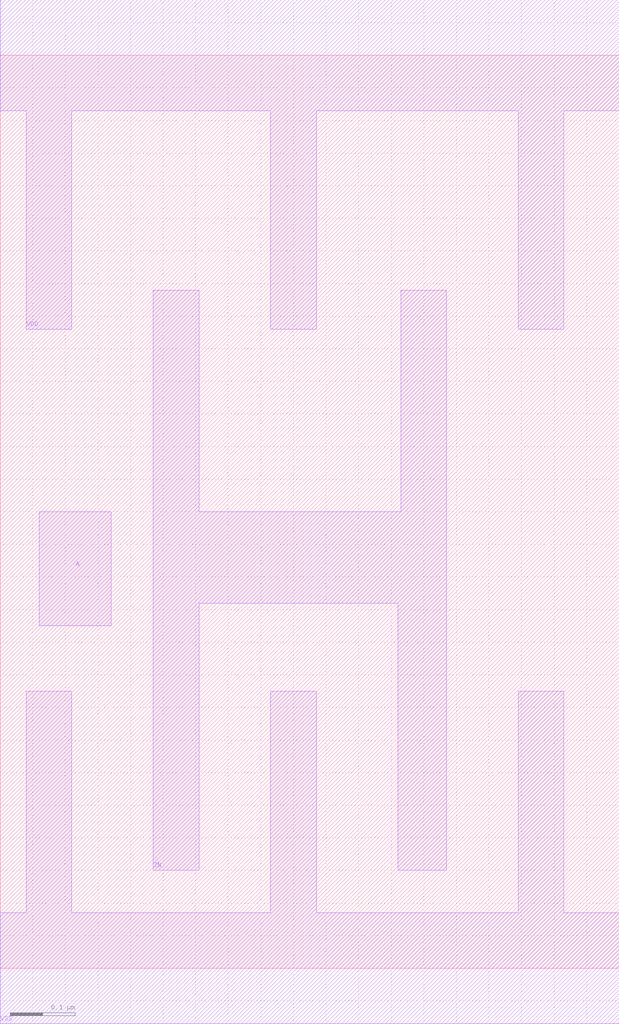
<source format=lef>
# 
# ******************************************************************************
# *                                                                            *
# *                   Copyright (C) 2004-2010, Nangate Inc.                    *
# *                           All rights reserved.                             *
# *                                                                            *
# * Nangate and the Nangate logo are trademarks of Nangate Inc.                *
# *                                                                            *
# * All trademarks, logos, software marks, and trade names (collectively the   *
# * "Marks") in this program are proprietary to Nangate or other respective    *
# * owners that have granted Nangate the right and license to use such Marks.  *
# * You are not permitted to use the Marks without the prior written consent   *
# * of Nangate or such third party that may own the Marks.                     *
# *                                                                            *
# * This file has been provided pursuant to a License Agreement containing     *
# * restrictions on its use. This file contains valuable trade secrets and     *
# * proprietary information of Nangate Inc., and is protected by U.S. and      *
# * international laws and/or treaties.                                        *
# *                                                                            *
# * The copyright notice(s) in this file does not indicate actual or intended  *
# * publication of this file.                                                  *
# *                                                                            *
# *     NGLibraryCreator, v2010.08-HR32-SP3-2010-08-05 - build 1009061800      *
# *                                                                            *
# ******************************************************************************
# 
# 
# Running on brazil06.nangate.com.br for user Giancarlo Franciscatto (gfr).
# Local time is now Fri, 3 Dec 2010, 19:32:18.
# Main process id is 27821.

VERSION 5.6 ;
BUSBITCHARS "[]" ;
DIVIDERCHAR "/" ;

MACRO INV_X4
  CLASS core ;
  FOREIGN INV_X4 0.0 0.0 ;
  ORIGIN 0 0 ;
  SYMMETRY X Y ;
  SITE FreePDK45_38x28_10R_NP_162NW_34O ;
  SIZE 0.95 BY 1.4 ;
  PIN A
    DIRECTION INPUT ;
    ANTENNAPARTIALMETALAREA 0.01925 LAYER metal1 ;
    ANTENNAPARTIALMETALSIDEAREA 0.0741 LAYER metal1 ;
    ANTENNAGATEAREA 0.209 ;
    PORT
      LAYER metal1 ;
        POLYGON 0.06 0.525 0.17 0.525 0.17 0.7 0.06 0.7  ;
    END
  END A
  PIN ZN
    DIRECTION OUTPUT ;
    ANTENNAPARTIALMETALAREA 0.17005 LAYER metal1 ;
    ANTENNAPARTIALMETALSIDEAREA 0.5434 LAYER metal1 ;
    ANTENNADIFFAREA 0.2926 ;
    PORT
      LAYER metal1 ;
        POLYGON 0.235 0.15 0.305 0.15 0.305 0.56 0.61 0.56 0.61 0.15 0.685 0.15 0.685 1.04 0.615 1.04 0.615 0.7 0.305 0.7 0.305 1.04 0.235 1.04  ;
    END
  END ZN
  PIN VDD
    DIRECTION INOUT ;
    USE power ;
    SHAPE ABUTMENT ;
    PORT
      LAYER metal1 ;
        POLYGON 0 1.315 0.04 1.315 0.04 0.98 0.11 0.98 0.11 1.315 0.415 1.315 0.415 0.98 0.485 0.98 0.485 1.315 0.795 1.315 0.795 0.98 0.865 0.98 0.865 1.315 0.95 1.315 0.95 1.485 0 1.485  ;
    END
  END VDD
  PIN VSS
    DIRECTION INOUT ;
    USE ground ;
    SHAPE ABUTMENT ;
    PORT
      LAYER metal1 ;
        POLYGON 0 -0.085 0.95 -0.085 0.95 0.085 0.865 0.085 0.865 0.425 0.795 0.425 0.795 0.085 0.485 0.085 0.485 0.425 0.415 0.425 0.415 0.085 0.11 0.085 0.11 0.425 0.04 0.425 0.04 0.085 0 0.085  ;
    END
  END VSS
END INV_X4

END LIBRARY
#
# End of file
#

</source>
